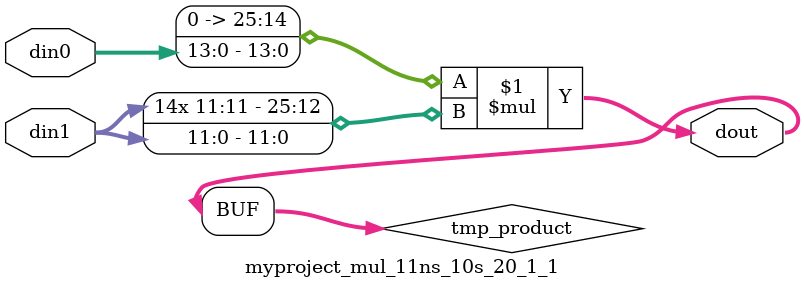
<source format=v>

`timescale 1 ns / 1 ps

 module myproject_mul_11ns_10s_20_1_1(din0, din1, dout);
parameter ID = 1;
parameter NUM_STAGE = 0;
parameter din0_WIDTH = 14;
parameter din1_WIDTH = 12;
parameter dout_WIDTH = 26;

input [din0_WIDTH - 1 : 0] din0; 
input [din1_WIDTH - 1 : 0] din1; 
output [dout_WIDTH - 1 : 0] dout;

wire signed [dout_WIDTH - 1 : 0] tmp_product;

























assign tmp_product = $signed({1'b0, din0}) * $signed(din1);










assign dout = tmp_product;





















endmodule

</source>
